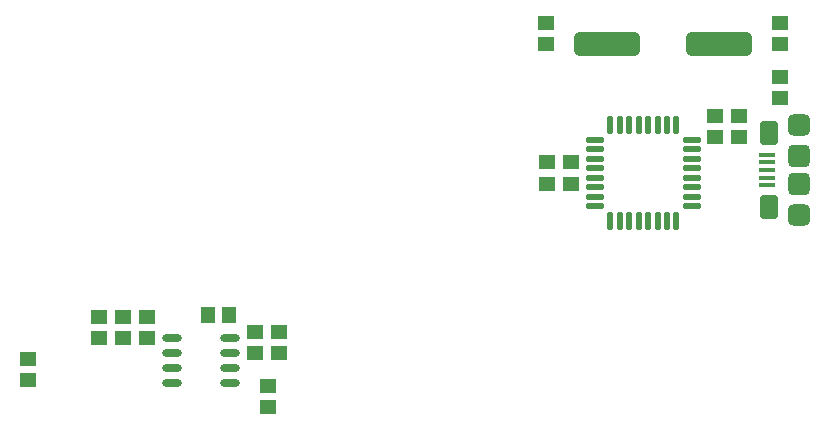
<source format=gtp>
G04 Layer_Color=7318015*
%FSLAX25Y25*%
%MOIN*%
G70*
G01*
G75*
%ADD10R,0.05709X0.04528*%
G04:AMPARAMS|DCode=11|XSize=15.75mil|YSize=53.15mil|CornerRadius=3.94mil|HoleSize=0mil|Usage=FLASHONLY|Rotation=90.000|XOffset=0mil|YOffset=0mil|HoleType=Round|Shape=RoundedRectangle|*
%AMROUNDEDRECTD11*
21,1,0.01575,0.04528,0,0,90.0*
21,1,0.00787,0.05315,0,0,90.0*
1,1,0.00787,0.02264,0.00394*
1,1,0.00787,0.02264,-0.00394*
1,1,0.00787,-0.02264,-0.00394*
1,1,0.00787,-0.02264,0.00394*
%
%ADD11ROUNDEDRECTD11*%
G04:AMPARAMS|DCode=12|XSize=74.8mil|YSize=74.8mil|CornerRadius=18.7mil|HoleSize=0mil|Usage=FLASHONLY|Rotation=270.000|XOffset=0mil|YOffset=0mil|HoleType=Round|Shape=RoundedRectangle|*
%AMROUNDEDRECTD12*
21,1,0.07480,0.03740,0,0,270.0*
21,1,0.03740,0.07480,0,0,270.0*
1,1,0.03740,-0.01870,-0.01870*
1,1,0.03740,-0.01870,0.01870*
1,1,0.03740,0.01870,0.01870*
1,1,0.03740,0.01870,-0.01870*
%
%ADD12ROUNDEDRECTD12*%
G04:AMPARAMS|DCode=13|XSize=70.87mil|YSize=74.8mil|CornerRadius=17.72mil|HoleSize=0mil|Usage=FLASHONLY|Rotation=270.000|XOffset=0mil|YOffset=0mil|HoleType=Round|Shape=RoundedRectangle|*
%AMROUNDEDRECTD13*
21,1,0.07087,0.03937,0,0,270.0*
21,1,0.03543,0.07480,0,0,270.0*
1,1,0.03543,-0.01969,-0.01772*
1,1,0.03543,-0.01969,0.01772*
1,1,0.03543,0.01969,0.01772*
1,1,0.03543,0.01969,-0.01772*
%
%ADD13ROUNDEDRECTD13*%
G04:AMPARAMS|DCode=14|XSize=82.68mil|YSize=62.99mil|CornerRadius=15.75mil|HoleSize=0mil|Usage=FLASHONLY|Rotation=90.000|XOffset=0mil|YOffset=0mil|HoleType=Round|Shape=RoundedRectangle|*
%AMROUNDEDRECTD14*
21,1,0.08268,0.03150,0,0,90.0*
21,1,0.05118,0.06299,0,0,90.0*
1,1,0.03150,0.01575,0.02559*
1,1,0.03150,0.01575,-0.02559*
1,1,0.03150,-0.01575,-0.02559*
1,1,0.03150,-0.01575,0.02559*
%
%ADD14ROUNDEDRECTD14*%
%ADD15O,0.06693X0.02362*%
%ADD16R,0.04528X0.05709*%
G04:AMPARAMS|DCode=17|XSize=57.09mil|YSize=19.69mil|CornerRadius=4.92mil|HoleSize=0mil|Usage=FLASHONLY|Rotation=0.000|XOffset=0mil|YOffset=0mil|HoleType=Round|Shape=RoundedRectangle|*
%AMROUNDEDRECTD17*
21,1,0.05709,0.00984,0,0,0.0*
21,1,0.04724,0.01969,0,0,0.0*
1,1,0.00984,0.02362,-0.00492*
1,1,0.00984,-0.02362,-0.00492*
1,1,0.00984,-0.02362,0.00492*
1,1,0.00984,0.02362,0.00492*
%
%ADD17ROUNDEDRECTD17*%
G04:AMPARAMS|DCode=18|XSize=57.09mil|YSize=19.69mil|CornerRadius=4.92mil|HoleSize=0mil|Usage=FLASHONLY|Rotation=90.000|XOffset=0mil|YOffset=0mil|HoleType=Round|Shape=RoundedRectangle|*
%AMROUNDEDRECTD18*
21,1,0.05709,0.00984,0,0,90.0*
21,1,0.04724,0.01969,0,0,90.0*
1,1,0.00984,0.00492,0.02362*
1,1,0.00984,0.00492,-0.02362*
1,1,0.00984,-0.00492,-0.02362*
1,1,0.00984,-0.00492,0.02362*
%
%ADD18ROUNDEDRECTD18*%
G04:AMPARAMS|DCode=19|XSize=220.47mil|YSize=82.68mil|CornerRadius=20.67mil|HoleSize=0mil|Usage=FLASHONLY|Rotation=0.000|XOffset=0mil|YOffset=0mil|HoleType=Round|Shape=RoundedRectangle|*
%AMROUNDEDRECTD19*
21,1,0.22047,0.04134,0,0,0.0*
21,1,0.17913,0.08268,0,0,0.0*
1,1,0.04134,0.08957,-0.02067*
1,1,0.04134,-0.08957,-0.02067*
1,1,0.04134,-0.08957,0.02067*
1,1,0.04134,0.08957,0.02067*
%
%ADD19ROUNDEDRECTD19*%
D10*
X478000Y446957D02*
D03*
Y454043D02*
D03*
X464500Y433957D02*
D03*
Y441043D02*
D03*
X456500Y433957D02*
D03*
Y441043D02*
D03*
X478000Y472043D02*
D03*
Y464957D02*
D03*
X400000Y464957D02*
D03*
Y472043D02*
D03*
X408500Y425543D02*
D03*
Y418457D02*
D03*
X400500Y425543D02*
D03*
Y418457D02*
D03*
X303000Y361957D02*
D03*
Y369043D02*
D03*
X311000Y361957D02*
D03*
Y369043D02*
D03*
X307500Y351043D02*
D03*
Y343957D02*
D03*
X259000Y366957D02*
D03*
Y374043D02*
D03*
X251000Y366957D02*
D03*
Y374043D02*
D03*
X267000Y366957D02*
D03*
Y374043D02*
D03*
X227500Y360087D02*
D03*
Y353000D02*
D03*
D11*
X473734Y428118D02*
D03*
Y417882D02*
D03*
Y420441D02*
D03*
Y425559D02*
D03*
Y423000D02*
D03*
D12*
X484266Y427724D02*
D03*
Y418276D02*
D03*
D13*
Y437961D02*
D03*
Y408039D02*
D03*
D14*
X474226Y435205D02*
D03*
Y410795D02*
D03*
D15*
X275354Y367000D02*
D03*
Y362000D02*
D03*
Y357000D02*
D03*
Y352000D02*
D03*
X294645Y367000D02*
D03*
Y362000D02*
D03*
Y357000D02*
D03*
Y352000D02*
D03*
D16*
X294543Y374500D02*
D03*
X287457D02*
D03*
D17*
X416358Y433024D02*
D03*
Y429874D02*
D03*
Y426724D02*
D03*
Y423575D02*
D03*
Y420425D02*
D03*
Y417276D02*
D03*
Y414126D02*
D03*
Y410976D02*
D03*
X448642D02*
D03*
Y414126D02*
D03*
Y417276D02*
D03*
Y420425D02*
D03*
Y423575D02*
D03*
Y426724D02*
D03*
Y429874D02*
D03*
Y433024D02*
D03*
D18*
X421476Y405858D02*
D03*
X424626D02*
D03*
X427776D02*
D03*
X430925D02*
D03*
X434075D02*
D03*
X437224D02*
D03*
X440374D02*
D03*
X443524D02*
D03*
Y438142D02*
D03*
X440374D02*
D03*
X437224D02*
D03*
X434075D02*
D03*
X430925D02*
D03*
X427776D02*
D03*
X424626D02*
D03*
X421476D02*
D03*
D19*
X420299Y465000D02*
D03*
X457701D02*
D03*
M02*

</source>
